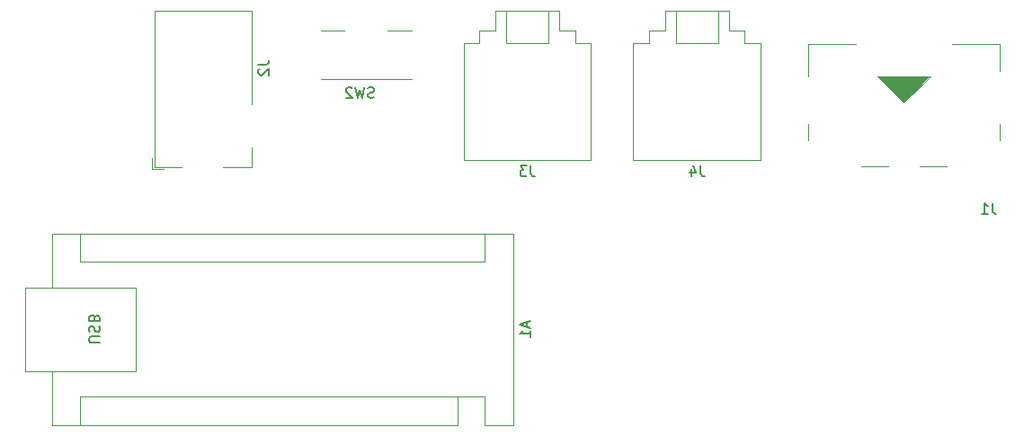
<source format=gbr>
%TF.GenerationSoftware,KiCad,Pcbnew,8.0.8*%
%TF.CreationDate,2025-02-08T23:29:31-05:00*%
%TF.ProjectId,stringy,73747269-6e67-4792-9e6b-696361645f70,rev?*%
%TF.SameCoordinates,Original*%
%TF.FileFunction,Legend,Bot*%
%TF.FilePolarity,Positive*%
%FSLAX46Y46*%
G04 Gerber Fmt 4.6, Leading zero omitted, Abs format (unit mm)*
G04 Created by KiCad (PCBNEW 8.0.8) date 2025-02-08 23:29:31*
%MOMM*%
%LPD*%
G01*
G04 APERTURE LIST*
%ADD10C,0.150000*%
%ADD11C,0.120000*%
%ADD12C,0.100000*%
G04 APERTURE END LIST*
D10*
X96079104Y-56206546D02*
X96079104Y-56682736D01*
X96364819Y-56111308D02*
X95364819Y-56444641D01*
X95364819Y-56444641D02*
X96364819Y-56777974D01*
X96364819Y-57635117D02*
X96364819Y-57063689D01*
X96364819Y-57349403D02*
X95364819Y-57349403D01*
X95364819Y-57349403D02*
X95507676Y-57254165D01*
X95507676Y-57254165D02*
X95602914Y-57158927D01*
X95602914Y-57158927D02*
X95650533Y-57063689D01*
X55815180Y-58182736D02*
X55005657Y-58182736D01*
X55005657Y-58182736D02*
X54910419Y-58135117D01*
X54910419Y-58135117D02*
X54862800Y-58087498D01*
X54862800Y-58087498D02*
X54815180Y-57992260D01*
X54815180Y-57992260D02*
X54815180Y-57801784D01*
X54815180Y-57801784D02*
X54862800Y-57706546D01*
X54862800Y-57706546D02*
X54910419Y-57658927D01*
X54910419Y-57658927D02*
X55005657Y-57611308D01*
X55005657Y-57611308D02*
X55815180Y-57611308D01*
X54862800Y-57182736D02*
X54815180Y-57039879D01*
X54815180Y-57039879D02*
X54815180Y-56801784D01*
X54815180Y-56801784D02*
X54862800Y-56706546D01*
X54862800Y-56706546D02*
X54910419Y-56658927D01*
X54910419Y-56658927D02*
X55005657Y-56611308D01*
X55005657Y-56611308D02*
X55100895Y-56611308D01*
X55100895Y-56611308D02*
X55196133Y-56658927D01*
X55196133Y-56658927D02*
X55243752Y-56706546D01*
X55243752Y-56706546D02*
X55291371Y-56801784D01*
X55291371Y-56801784D02*
X55338990Y-56992260D01*
X55338990Y-56992260D02*
X55386609Y-57087498D01*
X55386609Y-57087498D02*
X55434228Y-57135117D01*
X55434228Y-57135117D02*
X55529466Y-57182736D01*
X55529466Y-57182736D02*
X55624704Y-57182736D01*
X55624704Y-57182736D02*
X55719942Y-57135117D01*
X55719942Y-57135117D02*
X55767561Y-57087498D01*
X55767561Y-57087498D02*
X55815180Y-56992260D01*
X55815180Y-56992260D02*
X55815180Y-56754165D01*
X55815180Y-56754165D02*
X55767561Y-56611308D01*
X55338990Y-55849403D02*
X55291371Y-55706546D01*
X55291371Y-55706546D02*
X55243752Y-55658927D01*
X55243752Y-55658927D02*
X55148514Y-55611308D01*
X55148514Y-55611308D02*
X55005657Y-55611308D01*
X55005657Y-55611308D02*
X54910419Y-55658927D01*
X54910419Y-55658927D02*
X54862800Y-55706546D01*
X54862800Y-55706546D02*
X54815180Y-55801784D01*
X54815180Y-55801784D02*
X54815180Y-56182736D01*
X54815180Y-56182736D02*
X55815180Y-56182736D01*
X55815180Y-56182736D02*
X55815180Y-55849403D01*
X55815180Y-55849403D02*
X55767561Y-55754165D01*
X55767561Y-55754165D02*
X55719942Y-55706546D01*
X55719942Y-55706546D02*
X55624704Y-55658927D01*
X55624704Y-55658927D02*
X55529466Y-55658927D01*
X55529466Y-55658927D02*
X55434228Y-55706546D01*
X55434228Y-55706546D02*
X55386609Y-55754165D01*
X55386609Y-55754165D02*
X55338990Y-55849403D01*
X55338990Y-55849403D02*
X55338990Y-56182736D01*
X112403333Y-41524819D02*
X112403333Y-42239104D01*
X112403333Y-42239104D02*
X112450952Y-42381961D01*
X112450952Y-42381961D02*
X112546190Y-42477200D01*
X112546190Y-42477200D02*
X112689047Y-42524819D01*
X112689047Y-42524819D02*
X112784285Y-42524819D01*
X111498571Y-41858152D02*
X111498571Y-42524819D01*
X111736666Y-41477200D02*
X111974761Y-42191485D01*
X111974761Y-42191485D02*
X111355714Y-42191485D01*
X139890833Y-45059819D02*
X139890833Y-45774104D01*
X139890833Y-45774104D02*
X139938452Y-45916961D01*
X139938452Y-45916961D02*
X140033690Y-46012200D01*
X140033690Y-46012200D02*
X140176547Y-46059819D01*
X140176547Y-46059819D02*
X140271785Y-46059819D01*
X138890833Y-46059819D02*
X139462261Y-46059819D01*
X139176547Y-46059819D02*
X139176547Y-45059819D01*
X139176547Y-45059819D02*
X139271785Y-45202676D01*
X139271785Y-45202676D02*
X139367023Y-45297914D01*
X139367023Y-45297914D02*
X139462261Y-45345533D01*
X70767319Y-31986666D02*
X71481604Y-31986666D01*
X71481604Y-31986666D02*
X71624461Y-31939047D01*
X71624461Y-31939047D02*
X71719700Y-31843809D01*
X71719700Y-31843809D02*
X71767319Y-31700952D01*
X71767319Y-31700952D02*
X71767319Y-31605714D01*
X70862557Y-32415238D02*
X70814938Y-32462857D01*
X70814938Y-32462857D02*
X70767319Y-32558095D01*
X70767319Y-32558095D02*
X70767319Y-32796190D01*
X70767319Y-32796190D02*
X70814938Y-32891428D01*
X70814938Y-32891428D02*
X70862557Y-32939047D01*
X70862557Y-32939047D02*
X70957795Y-32986666D01*
X70957795Y-32986666D02*
X71053033Y-32986666D01*
X71053033Y-32986666D02*
X71195890Y-32939047D01*
X71195890Y-32939047D02*
X71767319Y-32367619D01*
X71767319Y-32367619D02*
X71767319Y-32986666D01*
X96415833Y-41524819D02*
X96415833Y-42239104D01*
X96415833Y-42239104D02*
X96463452Y-42381961D01*
X96463452Y-42381961D02*
X96558690Y-42477200D01*
X96558690Y-42477200D02*
X96701547Y-42524819D01*
X96701547Y-42524819D02*
X96796785Y-42524819D01*
X96034880Y-41524819D02*
X95415833Y-41524819D01*
X95415833Y-41524819D02*
X95749166Y-41905771D01*
X95749166Y-41905771D02*
X95606309Y-41905771D01*
X95606309Y-41905771D02*
X95511071Y-41953390D01*
X95511071Y-41953390D02*
X95463452Y-42001009D01*
X95463452Y-42001009D02*
X95415833Y-42096247D01*
X95415833Y-42096247D02*
X95415833Y-42334342D01*
X95415833Y-42334342D02*
X95463452Y-42429580D01*
X95463452Y-42429580D02*
X95511071Y-42477200D01*
X95511071Y-42477200D02*
X95606309Y-42524819D01*
X95606309Y-42524819D02*
X95892023Y-42524819D01*
X95892023Y-42524819D02*
X95987261Y-42477200D01*
X95987261Y-42477200D02*
X96034880Y-42429580D01*
X81663332Y-35077200D02*
X81520475Y-35124819D01*
X81520475Y-35124819D02*
X81282380Y-35124819D01*
X81282380Y-35124819D02*
X81187142Y-35077200D01*
X81187142Y-35077200D02*
X81139523Y-35029580D01*
X81139523Y-35029580D02*
X81091904Y-34934342D01*
X81091904Y-34934342D02*
X81091904Y-34839104D01*
X81091904Y-34839104D02*
X81139523Y-34743866D01*
X81139523Y-34743866D02*
X81187142Y-34696247D01*
X81187142Y-34696247D02*
X81282380Y-34648628D01*
X81282380Y-34648628D02*
X81472856Y-34601009D01*
X81472856Y-34601009D02*
X81568094Y-34553390D01*
X81568094Y-34553390D02*
X81615713Y-34505771D01*
X81615713Y-34505771D02*
X81663332Y-34410533D01*
X81663332Y-34410533D02*
X81663332Y-34315295D01*
X81663332Y-34315295D02*
X81615713Y-34220057D01*
X81615713Y-34220057D02*
X81568094Y-34172438D01*
X81568094Y-34172438D02*
X81472856Y-34124819D01*
X81472856Y-34124819D02*
X81234761Y-34124819D01*
X81234761Y-34124819D02*
X81091904Y-34172438D01*
X80758570Y-34124819D02*
X80520475Y-35124819D01*
X80520475Y-35124819D02*
X80329999Y-34410533D01*
X80329999Y-34410533D02*
X80139523Y-35124819D01*
X80139523Y-35124819D02*
X79901428Y-34124819D01*
X79568094Y-34220057D02*
X79520475Y-34172438D01*
X79520475Y-34172438D02*
X79425237Y-34124819D01*
X79425237Y-34124819D02*
X79187142Y-34124819D01*
X79187142Y-34124819D02*
X79091904Y-34172438D01*
X79091904Y-34172438D02*
X79044285Y-34220057D01*
X79044285Y-34220057D02*
X78996666Y-34315295D01*
X78996666Y-34315295D02*
X78996666Y-34410533D01*
X78996666Y-34410533D02*
X79044285Y-34553390D01*
X79044285Y-34553390D02*
X79615713Y-35124819D01*
X79615713Y-35124819D02*
X78996666Y-35124819D01*
D11*
%TO.C,A1*%
X48790000Y-52980832D02*
X59210000Y-52980832D01*
X48790000Y-60860832D02*
X48790000Y-52980832D01*
X51330000Y-52980832D02*
X51330000Y-47900832D01*
X51330000Y-60860832D02*
X51330000Y-65940832D01*
X51330000Y-65940832D02*
X89560000Y-65940832D01*
X54000000Y-47900832D02*
X54000000Y-50570832D01*
X54000000Y-50570832D02*
X92100000Y-50570832D01*
X54000000Y-63270832D02*
X89560000Y-63270832D01*
X54000000Y-65940832D02*
X54000000Y-63270832D01*
X59210000Y-52980832D02*
X59210000Y-60860832D01*
X59210000Y-60860832D02*
X48790000Y-60860832D01*
X89560000Y-65940832D02*
X89560000Y-63270832D01*
X92100000Y-47900832D02*
X92100000Y-50570832D01*
X92100000Y-63270832D02*
X89560000Y-63270832D01*
X92100000Y-65940832D02*
X92100000Y-63270832D01*
X92100000Y-65940832D02*
X94770000Y-65940832D01*
X94770000Y-47900832D02*
X51330000Y-47900832D01*
X94770000Y-65940832D02*
X94770000Y-47900832D01*
%TO.C,J4*%
X106070000Y-29970000D02*
X107570000Y-29970000D01*
X106070000Y-40970000D02*
X106070000Y-29970000D01*
X107570000Y-28770000D02*
X109070000Y-28770000D01*
X107570000Y-29970000D02*
X107570000Y-28770000D01*
X109070000Y-26970000D02*
X115070000Y-26970000D01*
X109070000Y-28770000D02*
X109070000Y-26970000D01*
X110070000Y-26970000D02*
X110070000Y-29970000D01*
X110070000Y-29970000D02*
X114070000Y-29970000D01*
X114070000Y-29970000D02*
X114070000Y-26970000D01*
X115070000Y-26970000D02*
X115070000Y-28770000D01*
X115070000Y-28770000D02*
X116570000Y-28770000D01*
X116570000Y-28770000D02*
X116570000Y-29970000D01*
X116570000Y-29970000D02*
X118070000Y-29970000D01*
X118070000Y-29970000D02*
X118070000Y-40970000D01*
X118070000Y-40970000D02*
X106070000Y-40970000D01*
%TO.C,J1*%
X122557500Y-30105000D02*
X122557500Y-30605000D01*
X122557500Y-33105000D02*
X122557500Y-30605000D01*
X122557500Y-39105000D02*
X122557500Y-37605000D01*
X127057500Y-30105000D02*
X122557500Y-30105000D01*
X130057500Y-41605000D02*
X127557500Y-41605000D01*
X135557500Y-41605000D02*
X133057500Y-41605000D01*
X136057500Y-30105000D02*
X140557500Y-30105000D01*
X140557500Y-32605000D02*
X140557500Y-30105000D01*
X140557500Y-39105000D02*
X140557500Y-37605000D01*
D12*
X131557500Y-35605000D02*
X129057500Y-33105000D01*
X134057500Y-33105000D01*
X131557500Y-35605000D01*
G36*
X131557500Y-35605000D02*
G01*
X129057500Y-33105000D01*
X134057500Y-33105000D01*
X131557500Y-35605000D01*
G37*
D11*
%TO.C,J2*%
X60762500Y-41870000D02*
X60762500Y-40820000D01*
X60762500Y-41870000D02*
X61812500Y-41870000D01*
X60962500Y-26970000D02*
X70162500Y-26970000D01*
X60962500Y-41670000D02*
X60962500Y-26970000D01*
X63562500Y-41670000D02*
X60962500Y-41670000D01*
X70162500Y-26970000D02*
X70162500Y-35770000D01*
X70162500Y-39770000D02*
X70162500Y-41670000D01*
X70162500Y-41670000D02*
X67462500Y-41670000D01*
%TO.C,J3*%
X90082500Y-29970000D02*
X91582500Y-29970000D01*
X90082500Y-40970000D02*
X90082500Y-29970000D01*
X91582500Y-28770000D02*
X93082500Y-28770000D01*
X91582500Y-29970000D02*
X91582500Y-28770000D01*
X93082500Y-26970000D02*
X99082500Y-26970000D01*
X93082500Y-28770000D02*
X93082500Y-26970000D01*
X94082500Y-26970000D02*
X94082500Y-29970000D01*
X94082500Y-29970000D02*
X98082500Y-29970000D01*
X98082500Y-29970000D02*
X98082500Y-26970000D01*
X99082500Y-26970000D02*
X99082500Y-28770000D01*
X99082500Y-28770000D02*
X100582500Y-28770000D01*
X100582500Y-28770000D02*
X100582500Y-29970000D01*
X100582500Y-29970000D02*
X102082500Y-29970000D01*
X102082500Y-29970000D02*
X102082500Y-40970000D01*
X102082500Y-40970000D02*
X90082500Y-40970000D01*
%TO.C,SW2*%
X78830000Y-28770000D02*
X76630000Y-28770000D01*
X85230000Y-28770000D02*
X82930000Y-28770000D01*
X85230000Y-33370000D02*
X76630000Y-33370000D01*
%TD*%
M02*

</source>
